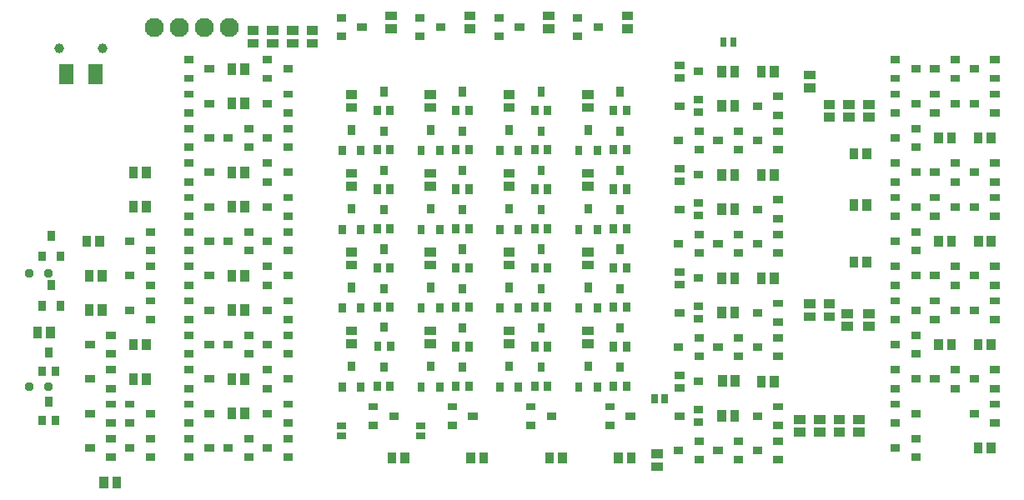
<source format=gbr>
G04 start of page 8 for group -4062 idx -4062 *
G04 Title: (unknown), soldermask *
G04 Creator: pcb 1.99z *
G04 CreationDate: Sun 08 Dec 2013 02:25:59 GMT UTC *
G04 For: ralph *
G04 Format: Gerber/RS-274X *
G04 PCB-Dimensions (mm): 102.00 52.00 *
G04 PCB-Coordinate-Origin: lower left *
%MOMM*%
%FSLAX43Y43*%
%LNBOTTOMMASK*%
%ADD82R,1.450X1.450*%
%ADD81R,0.650X0.650*%
%ADD80R,0.750X0.750*%
%ADD79R,0.900X0.900*%
%ADD78C,1.000*%
%ADD77C,1.950*%
%ADD76C,0.954*%
G54D76*X3750Y12000D03*
X1750D03*
X3750Y23500D03*
X1750D03*
G54D77*X22060Y48500D03*
X19520D03*
X16980D03*
X14440D03*
G54D78*X9200Y46345D03*
X4800D03*
G54D79*X13650Y12875D02*Y12625D01*
X12350Y12875D02*Y12625D01*
G54D80*X13950Y20700D02*X14150D01*
X13950Y18800D02*X14150D01*
X11850Y19750D02*X12050D01*
G54D79*X13650Y16375D02*Y16125D01*
X12350Y16375D02*Y16125D01*
G54D80*X4000Y22400D02*Y22200D01*
X3050Y25300D02*Y25100D01*
X4950Y20300D02*Y20100D01*
G54D79*X3900Y17625D02*Y17375D01*
G54D80*X3050Y20300D02*Y20100D01*
G54D79*X2600Y17625D02*Y17375D01*
X7850Y19875D02*Y19625D01*
X9150Y19875D02*Y19625D01*
X7600Y26875D02*Y26625D01*
X8900Y26875D02*Y26625D01*
G54D80*X4950Y25300D02*Y25100D01*
X4000Y27400D02*Y27200D01*
X13950Y27700D02*X14150D01*
X13950Y25800D02*X14150D01*
X13950Y24200D02*X14150D01*
X13950Y22300D02*X14150D01*
X11850Y26750D02*X12050D01*
X11850Y23250D02*X12050D01*
G54D79*X7850Y23375D02*Y23125D01*
X9150Y23375D02*Y23125D01*
X23650Y9375D02*Y9125D01*
X22350Y9375D02*Y9125D01*
G54D80*X23950Y6700D02*X24150D01*
X23950Y4800D02*X24150D01*
X21850Y5750D02*X22050D01*
X17850Y8300D02*X18050D01*
X19950Y9250D02*X20150D01*
X17850Y4800D02*X18050D01*
X17850Y6700D02*X18050D01*
X19950Y5750D02*X20150D01*
X27950Y6700D02*X28150D01*
X25850Y5750D02*X26050D01*
X25850Y9250D02*X26050D01*
X27950Y10200D02*X28150D01*
X27950Y8300D02*X28150D01*
X27950Y12750D02*X28150D01*
X27950Y4800D02*X28150D01*
X25850Y11800D02*X26050D01*
X25850Y13700D02*X26050D01*
X23950Y15300D02*X24150D01*
G54D79*X23650Y12875D02*Y12625D01*
G54D80*X21850Y16250D02*X22050D01*
G54D79*X22350Y12875D02*Y12625D01*
G54D80*X17850Y22300D02*X18050D01*
X17850Y18800D02*X18050D01*
X17850Y20700D02*X18050D01*
X17850Y13700D02*X18050D01*
X17850Y24200D02*X18050D01*
X19950Y23250D02*X20150D01*
X19950Y19750D02*X20150D01*
X19950Y12750D02*X20150D01*
G54D79*X23650Y19875D02*Y19625D01*
G54D80*X25850Y19750D02*X26050D01*
X27950Y20700D02*X28150D01*
X25850Y22300D02*X26050D01*
G54D79*X23650Y23375D02*Y23125D01*
X22350Y23375D02*Y23125D01*
G54D80*X25850Y24200D02*X26050D01*
X27950Y23250D02*X28150D01*
X27950Y18800D02*X28150D01*
X27950Y17200D02*X28150D01*
X27950Y15300D02*X28150D01*
X25850Y16250D02*X26050D01*
X23950Y17200D02*X24150D01*
G54D79*X22350Y19875D02*Y19625D01*
G54D80*X17850Y11800D02*X18050D01*
X17850Y10200D02*X18050D01*
X19950Y16250D02*X20150D01*
X17850Y15300D02*X18050D01*
X17850Y17200D02*X18050D01*
X4400Y13650D02*Y13450D01*
X3100Y13650D02*Y13450D01*
X3750Y15550D02*Y15350D01*
X4400Y8650D02*Y8450D01*
X3100Y8650D02*Y8450D01*
X3750Y10550D02*Y10350D01*
X11850Y10200D02*X12050D01*
X13950Y9250D02*X14150D01*
X11850Y8300D02*X12050D01*
X11850Y5750D02*X12050D01*
X13950Y6700D02*X14150D01*
X13950Y4800D02*X14150D01*
X9950Y17200D02*X10150D01*
X9950Y15300D02*X10150D01*
X7850Y16250D02*X8050D01*
X9950Y11800D02*X10150D01*
X9950Y13700D02*X10150D01*
X7850Y12750D02*X8050D01*
X9950Y6700D02*X10150D01*
X7850Y5750D02*X8050D01*
X9950Y4800D02*X10150D01*
X9950Y10200D02*X10150D01*
X9950Y8300D02*X10150D01*
X7850Y9250D02*X8050D01*
G54D79*X9350Y2375D02*Y2125D01*
X10650Y2375D02*Y2125D01*
X46600Y4875D02*Y4625D01*
G54D80*X46700Y9000D02*X46900D01*
X38700D02*X38900D01*
X54700D02*X54900D01*
G54D81*X41350Y8000D02*X41650D01*
X41350Y7000D02*X41650D01*
G54D79*X47900Y4875D02*Y4625D01*
X54600Y4875D02*Y4625D01*
X55900Y4875D02*Y4625D01*
G54D80*X44600Y8050D02*X44800D01*
X36600D02*X36800D01*
X44600Y9950D02*X44800D01*
X36600D02*X36800D01*
G54D79*X38600Y4875D02*Y4625D01*
X39900Y4875D02*Y4625D01*
G54D81*X33350Y8000D02*X33650D01*
X33350Y7000D02*X33650D01*
G54D80*X89600Y5750D02*X89800D01*
X91700Y6700D02*X91900D01*
X91700Y4800D02*X91900D01*
X91700Y9250D02*X91900D01*
X89600Y8300D02*X89800D01*
X89600Y10200D02*X89800D01*
X89600Y11800D02*X89800D01*
X89600Y13700D02*X89800D01*
X91700Y12750D02*X91900D01*
X93600D02*X93800D01*
X95700Y13700D02*X95900D01*
X97600Y12750D02*X97800D01*
X95700Y11800D02*X95900D01*
X97600Y9250D02*X97800D01*
X99700Y13700D02*X99900D01*
X99700Y11800D02*X99900D01*
X99700Y10200D02*X99900D01*
X99700Y8300D02*X99900D01*
G54D79*X99400Y5875D02*Y5625D01*
X98100Y5875D02*Y5625D01*
X79875Y8650D02*X80125D01*
G54D80*X77700Y9950D02*X77900D01*
G54D79*X76100Y12625D02*Y12375D01*
X77400Y12625D02*Y12375D01*
X79875Y7350D02*X80125D01*
G54D80*X77700Y6450D02*X77900D01*
X77700Y8050D02*X77900D01*
X75600Y9000D02*X75800D01*
X77700Y4550D02*X77900D01*
X75600Y5500D02*X75800D01*
G54D79*X85875Y8650D02*X86125D01*
X85875Y7350D02*X86125D01*
X83875Y8650D02*X84125D01*
X83875Y7350D02*X84125D01*
X81875Y8650D02*X82125D01*
X81875Y7350D02*X82125D01*
G54D80*X52600Y9950D02*X52800D01*
X52600Y8050D02*X52800D01*
X60600D02*X60800D01*
G54D79*X62900Y4875D02*Y4625D01*
X61600Y4875D02*Y4625D01*
G54D80*X60600Y9950D02*X60800D01*
X62700Y9000D02*X62900D01*
X69600Y9650D02*X69800D01*
X69600Y8350D02*X69800D01*
X71600Y5500D02*X71800D01*
X69700Y6450D02*X69900D01*
X69700Y4550D02*X69900D01*
G54D79*X72100Y9125D02*Y8875D01*
X73400Y9125D02*Y8875D01*
G54D80*X73700Y6450D02*X73900D01*
X73700Y4550D02*X73900D01*
X67600Y5500D02*X67800D01*
G54D79*X65375Y3850D02*X65625D01*
X65375Y5150D02*X65625D01*
G54D80*X67700Y9000D02*X67900D01*
G54D81*X65250Y10900D02*Y10600D01*
X66250Y10900D02*Y10600D01*
G54D80*X46400Y36150D02*Y35950D01*
X49550Y36050D02*Y35850D01*
X54400Y36150D02*Y35950D01*
X53100Y36150D02*Y35950D01*
X51450Y36050D02*Y35850D01*
X59450Y36050D02*Y35850D01*
X57550Y36050D02*Y35850D01*
X62400Y36150D02*Y35950D01*
X61100Y36150D02*Y35950D01*
X53750Y38050D02*Y37850D01*
X50500Y38150D02*Y37950D01*
G54D79*X50375Y41650D02*X50625D01*
G54D80*X53100Y40150D02*Y39950D01*
X61750Y42050D02*Y41850D01*
G54D79*X58375Y41650D02*X58625D01*
G54D80*X57350Y47550D02*X57550D01*
G54D79*X46375Y48350D02*X46625D01*
X54375D02*X54625D01*
G54D80*X57350Y49450D02*X57550D01*
G54D79*X46375Y49650D02*X46625D01*
X54375D02*X54625D01*
G54D80*X53750Y42050D02*Y41850D01*
X59450Y48500D02*X59650D01*
G54D79*X62375Y48350D02*X62625D01*
X62375Y49650D02*X62625D01*
X50375Y40350D02*X50625D01*
G54D80*X58500Y38150D02*Y37950D01*
X61750Y38050D02*Y37850D01*
X62400Y40150D02*Y39950D01*
X61100Y40150D02*Y39950D01*
G54D79*X58375Y40350D02*X58625D01*
G54D80*X54400Y40150D02*Y39950D01*
G54D79*X30375Y46850D02*X30625D01*
X30375Y48150D02*X30625D01*
X28375Y46850D02*X28625D01*
X28375Y48150D02*X28625D01*
X26375Y46850D02*X26625D01*
X26375Y48150D02*X26625D01*
G54D80*X35450Y36050D02*Y35850D01*
X33550Y36050D02*Y35850D01*
X34500Y38150D02*Y37950D01*
X33350Y47550D02*X33550D01*
G54D79*X38375Y48350D02*X38625D01*
X38375Y49650D02*X38625D01*
G54D80*X33350Y49450D02*X33550D01*
X35450Y48500D02*X35650D01*
G54D79*X24375Y46850D02*X24625D01*
X24375Y48150D02*X24625D01*
G54D80*X27950Y41700D02*X28150D01*
X27950Y39800D02*X28150D01*
X25850Y40750D02*X26050D01*
X27950Y38200D02*X28150D01*
X27950Y36300D02*X28150D01*
X25850Y37250D02*X26050D01*
X25850Y43300D02*X26050D01*
X25850Y45200D02*X26050D01*
X27950Y44250D02*X28150D01*
X37750Y38050D02*Y37850D01*
G54D79*X34375Y40350D02*X34625D01*
X34375Y41650D02*X34625D01*
G54D80*X38400Y40150D02*Y39950D01*
X37100Y40150D02*Y39950D01*
X37750Y42050D02*Y41850D01*
X41550Y36050D02*Y35850D01*
X38400Y36150D02*Y35950D01*
X37100Y36150D02*Y35950D01*
X45100Y36150D02*Y35950D01*
X43450Y36050D02*Y35850D01*
X45750Y38050D02*Y37850D01*
X42500Y38150D02*Y37950D01*
X46400Y40150D02*Y39950D01*
X45100Y40150D02*Y39950D01*
G54D79*X42375Y40350D02*X42625D01*
G54D80*X45750Y42050D02*Y41850D01*
G54D79*X42375Y41650D02*X42625D01*
G54D80*X41350Y47550D02*X41550D01*
X41350Y49450D02*X41550D01*
X43450Y48500D02*X43650D01*
X49350Y47550D02*X49550D01*
X49350Y49450D02*X49550D01*
X51450Y48500D02*X51650D01*
X38400Y28150D02*Y27950D01*
X37100Y28150D02*Y27950D01*
X37750Y30050D02*Y29850D01*
X33550Y28050D02*Y27850D01*
X34500Y30150D02*Y29950D01*
X38400Y32150D02*Y31950D01*
X37100Y32150D02*Y31950D01*
G54D79*X34375Y32350D02*X34625D01*
G54D80*X37750Y34050D02*Y33850D01*
G54D79*X34375Y33650D02*X34625D01*
G54D80*X62400Y32150D02*Y31950D01*
X61100Y32150D02*Y31950D01*
X61750Y34050D02*Y33850D01*
G54D79*X58375Y33650D02*X58625D01*
G54D80*X53750Y18050D02*Y17850D01*
Y14050D02*Y13850D01*
X51450Y28050D02*Y27850D01*
X53100Y20150D02*Y19950D01*
Y16150D02*Y15950D01*
Y12150D02*Y11950D01*
X51450Y20050D02*Y19850D01*
Y12050D02*Y11850D01*
X46400Y32150D02*Y31950D01*
X45750Y34050D02*Y33850D01*
X46400Y28150D02*Y27950D01*
X45750Y30050D02*Y29850D01*
X45100Y32150D02*Y31950D01*
Y28150D02*Y27950D01*
X42500Y30150D02*Y29950D01*
G54D79*X42375Y32350D02*X42625D01*
X42375Y33650D02*X42625D01*
G54D80*X43450Y28050D02*Y27850D01*
X41550Y28050D02*Y27850D01*
G54D79*X50375Y32350D02*X50625D01*
X50375Y33650D02*X50625D01*
G54D80*X49550Y28050D02*Y27850D01*
X50500Y30150D02*Y29950D01*
X49550Y20050D02*Y19850D01*
X50500Y22150D02*Y21950D01*
X45750Y14050D02*Y13850D01*
X46400Y12150D02*Y11950D01*
X45100Y12150D02*Y11950D01*
X43450Y12050D02*Y11850D01*
X49550Y12050D02*Y11850D01*
X41550Y12050D02*Y11850D01*
X42500Y14150D02*Y13950D01*
X50500Y14150D02*Y13950D01*
G54D79*X42375Y16350D02*X42625D01*
X50375D02*X50625D01*
X42375Y17650D02*X42625D01*
X50375D02*X50625D01*
G54D80*X46400Y16150D02*Y15950D01*
X45100Y16150D02*Y15950D01*
X45750Y18050D02*Y17850D01*
X35450Y28050D02*Y27850D01*
G54D79*X42375Y24350D02*X42625D01*
G54D80*X46400Y24150D02*Y23950D01*
X45100Y24150D02*Y23950D01*
X54400Y24150D02*Y23950D01*
X53100Y24150D02*Y23950D01*
G54D79*X34375Y24350D02*X34625D01*
X34375Y25650D02*X34625D01*
G54D80*X45750Y26050D02*Y25850D01*
X53750Y26050D02*Y25850D01*
X38400Y24150D02*Y23950D01*
X37750Y26050D02*Y25850D01*
X37100Y24150D02*Y23950D01*
G54D79*X42375Y25650D02*X42625D01*
X50375D02*X50625D01*
X58375D02*X58625D01*
X50375Y24350D02*X50625D01*
G54D80*X46400Y20150D02*Y19950D01*
X45100Y20150D02*Y19950D01*
X45750Y22050D02*Y21850D01*
X43450Y20050D02*Y19850D01*
X41550Y20050D02*Y19850D01*
X38400Y20150D02*Y19950D01*
X42500Y22150D02*Y21950D01*
X37750Y22050D02*Y21850D01*
X34500Y22150D02*Y21950D01*
G54D79*X34375Y17650D02*X34625D01*
G54D80*X37100Y20150D02*Y19950D01*
X35450Y20050D02*Y19850D01*
X33550Y20050D02*Y19850D01*
X37750Y14050D02*Y13850D01*
X38400Y12150D02*Y11950D01*
X37100Y12150D02*Y11950D01*
X35450Y12050D02*Y11850D01*
X33550Y12050D02*Y11850D01*
X57550Y12050D02*Y11850D01*
X37800Y18100D02*Y17900D01*
X34500Y14150D02*Y13950D01*
G54D79*X34375Y16350D02*X34625D01*
G54D80*X58500Y14150D02*Y13950D01*
X38450Y16200D02*Y16000D01*
X37150Y16200D02*Y16000D01*
X61100Y28150D02*Y27950D01*
X61750Y30050D02*Y29850D01*
Y26050D02*Y25850D01*
X62400Y28150D02*Y27950D01*
G54D79*X58375Y24350D02*X58625D01*
G54D80*X62400Y24150D02*Y23950D01*
X61100Y24150D02*Y23950D01*
X61750Y14050D02*Y13850D01*
X54400Y16150D02*Y15950D01*
Y12150D02*Y11950D01*
X59450Y12050D02*Y11850D01*
X61100Y12150D02*Y11950D01*
G54D79*X58375Y16350D02*X58625D01*
X58375Y17650D02*X58625D01*
G54D80*X62400Y16150D02*Y15950D01*
X61100Y16150D02*Y15950D01*
X61750Y18050D02*Y17850D01*
X62400Y12150D02*Y11950D01*
X53750Y22050D02*Y21850D01*
X54400Y20150D02*Y19950D01*
X59450Y20050D02*Y19850D01*
X57550Y20050D02*Y19850D01*
X62400Y20150D02*Y19950D01*
X61100Y20150D02*Y19950D01*
X58500Y22150D02*Y21950D01*
X61750Y22050D02*Y21850D01*
X54400Y32150D02*Y31950D01*
X53750Y34050D02*Y33850D01*
Y30050D02*Y29850D01*
X53100Y32150D02*Y31950D01*
X54400Y28150D02*Y27950D01*
X53100Y28150D02*Y27950D01*
X59450Y28050D02*Y27850D01*
X57550Y28050D02*Y27850D01*
X58500Y30150D02*Y29950D01*
G54D79*X58375Y32350D02*X58625D01*
X86800Y35775D02*Y35525D01*
X85500Y35775D02*Y35525D01*
G54D80*X89600Y37250D02*X89800D01*
X89600Y39800D02*X89800D01*
X89600Y43300D02*X89800D01*
X89600Y45200D02*X89800D01*
X89600Y41700D02*X89800D01*
G54D79*X84875Y39350D02*X85125D01*
X86875D02*X87125D01*
X84875Y40650D02*X85125D01*
X86875D02*X87125D01*
X94100Y37375D02*Y37125D01*
G54D80*X93600Y39800D02*X93800D01*
G54D79*X95400Y37375D02*Y37125D01*
G54D80*X95700Y40750D02*X95900D01*
X91700Y38200D02*X91900D01*
X91700Y36300D02*X91900D01*
X91700Y44250D02*X91900D01*
X91700Y40750D02*X91900D01*
X95700Y45200D02*X95900D01*
X95700Y43300D02*X95900D01*
X93600Y44250D02*X93800D01*
X93600Y41700D02*X93800D01*
X97600Y40750D02*X97800D01*
X99700Y45200D02*X99900D01*
X99700Y43300D02*X99900D01*
X97600Y44250D02*X97800D01*
X99700Y41700D02*X99900D01*
X99700Y39800D02*X99900D01*
G54D79*X99400Y37375D02*Y37125D01*
X98100Y37375D02*Y37125D01*
X82875Y39350D02*X83125D01*
X82875Y40650D02*X83125D01*
X80875Y43650D02*X81125D01*
X80875Y42350D02*X81125D01*
X84675Y18100D02*X84925D01*
X84675Y19400D02*X84925D01*
X82875Y20400D02*X83125D01*
X82875Y19100D02*X83125D01*
X80875Y20400D02*X81125D01*
X80875Y19100D02*X81125D01*
X86875Y19400D02*X87125D01*
X86875Y18100D02*X87125D01*
X99400Y16375D02*Y16125D01*
X98100Y16375D02*Y16125D01*
X94100Y16375D02*Y16125D01*
X95400Y16375D02*Y16125D01*
G54D80*X97600Y19750D02*X97800D01*
X89600Y16250D02*X89800D01*
X91700Y17200D02*X91900D01*
X91700Y15300D02*X91900D01*
G54D79*X76100Y23125D02*Y22875D01*
X72100Y23125D02*Y22875D01*
X73400Y23125D02*Y22875D01*
X77400Y23125D02*Y22875D01*
G54D80*X77700Y20450D02*X77900D01*
X75600Y19500D02*X75800D01*
G54D79*X72100Y19625D02*Y19375D01*
X72150Y12675D02*Y12425D01*
G54D80*X69700Y16950D02*X69900D01*
X69600Y18850D02*X69800D01*
X67700Y19500D02*X67900D01*
X69700Y15050D02*X69900D01*
X71600Y16000D02*X71800D01*
X67600D02*X67800D01*
X69600Y20150D02*X69800D01*
X67700Y22350D02*X67900D01*
X67700Y23650D02*X67900D01*
X69600Y23000D02*X69800D01*
X67700Y11850D02*X67900D01*
X67700Y13150D02*X67900D01*
X69600Y12500D02*X69800D01*
X77700Y16950D02*X77900D01*
X77700Y18550D02*X77900D01*
G54D79*X73400Y19625D02*Y19375D01*
G54D80*X73700Y16950D02*X73900D01*
X77700Y15050D02*X77900D01*
X75600Y16000D02*X75800D01*
G54D79*X73450Y12675D02*Y12425D01*
G54D80*X73700Y15050D02*X73900D01*
G54D79*X95400Y26875D02*Y26625D01*
X99450Y26875D02*Y26625D01*
X98150Y26875D02*Y26625D01*
G54D80*X99700Y31200D02*X99900D01*
X99700Y29300D02*X99900D01*
X97600Y30250D02*X97800D01*
X93600Y29300D02*X93800D01*
X95700Y30250D02*X95900D01*
X93600Y31200D02*X93800D01*
X95700Y34700D02*X95900D01*
X95700Y32800D02*X95900D01*
X93600Y33750D02*X93800D01*
X99700Y34700D02*X99900D01*
X99700Y32800D02*X99900D01*
X97600Y33750D02*X97800D01*
G54D79*X94100Y26875D02*Y26625D01*
G54D80*X91700Y25800D02*X91900D01*
X89600Y26750D02*X89800D01*
G54D79*X86800Y30575D02*Y30325D01*
X85500Y30575D02*Y30325D01*
G54D80*X91700Y27700D02*X91900D01*
G54D79*X86800Y24775D02*Y24525D01*
X85500Y24775D02*Y24525D01*
G54D80*X89600Y32800D02*X89800D01*
X89600Y31200D02*X89800D01*
X89600Y34700D02*X89800D01*
X91700Y33750D02*X91900D01*
X89600Y29300D02*X89800D01*
X91700Y30250D02*X91900D01*
X89600Y22300D02*X89800D01*
X89600Y18800D02*X89800D01*
X89600Y20700D02*X89800D01*
X89600Y24200D02*X89800D01*
X91700Y23250D02*X91900D01*
X91700Y19750D02*X91900D01*
X93600Y18800D02*X93800D01*
X95700Y19750D02*X95900D01*
X93600Y20700D02*X93800D01*
X95700Y22300D02*X95900D01*
X97600Y23250D02*X97800D01*
X95700Y24200D02*X95900D01*
X93600Y23250D02*X93800D01*
X99700Y24200D02*X99900D01*
X99700Y22300D02*X99900D01*
X99700Y20700D02*X99900D01*
X99700Y18800D02*X99900D01*
X73700Y37950D02*X73900D01*
X73700Y36050D02*X73900D01*
X77700D02*X77900D01*
X75600Y37000D02*X75800D01*
G54D79*X72100Y40625D02*Y40375D01*
X73400Y40625D02*Y40375D01*
G54D80*X69600Y41150D02*X69800D01*
X69600Y39850D02*X69800D01*
X69600Y44000D02*X69800D01*
X67700Y40500D02*X67900D01*
X67700Y43350D02*X67900D01*
X67700Y44650D02*X67900D01*
G54D79*X76100Y44125D02*Y43875D01*
X77400Y44125D02*Y43875D01*
G54D80*X77700Y41450D02*X77900D01*
X77700Y39550D02*X77900D01*
X75600Y40500D02*X75800D01*
G54D79*X72100Y44125D02*Y43875D01*
X73400Y44125D02*Y43875D01*
G54D81*X72250Y47150D02*Y46850D01*
X73250Y47150D02*Y46850D01*
G54D80*X69700Y37950D02*X69900D01*
X69700Y36050D02*X69900D01*
X67700Y34150D02*X67900D01*
X69600Y33500D02*X69800D01*
X67600Y37000D02*X67800D01*
X71600D02*X71800D01*
X77700Y37950D02*X77900D01*
G54D79*X76100Y33625D02*Y33375D01*
G54D80*X75600Y30000D02*X75800D01*
G54D79*X77400Y33625D02*Y33375D01*
G54D80*X77700Y30950D02*X77900D01*
X77700Y29050D02*X77900D01*
X77700Y27450D02*X77900D01*
X77700Y25550D02*X77900D01*
X75600Y26500D02*X75800D01*
G54D79*X72100Y33625D02*Y33375D01*
Y30125D02*Y29875D01*
X73400Y33625D02*Y33375D01*
G54D80*X71600Y26500D02*X71800D01*
G54D79*X73400Y30125D02*Y29875D01*
G54D80*X73700Y27450D02*X73900D01*
X73700Y25550D02*X73900D01*
X67700Y32850D02*X67900D01*
X69600Y30650D02*X69800D01*
X69600Y29350D02*X69800D01*
X67700Y30000D02*X67900D01*
X67600Y26500D02*X67800D01*
X69700Y27450D02*X69900D01*
X69700Y25550D02*X69900D01*
G54D79*X23650Y30375D02*Y30125D01*
G54D80*X23950Y27700D02*X24150D01*
X23950Y25800D02*X24150D01*
G54D79*X22350Y30375D02*Y30125D01*
G54D80*X21850Y26750D02*X22050D01*
X25850D02*X26050D01*
X25850Y30250D02*X26050D01*
X23950Y38200D02*X24150D01*
X23950Y36300D02*X24150D01*
X21850Y37250D02*X22050D01*
X19950D02*X20150D01*
X17850Y36300D02*X18050D01*
X17850Y38200D02*X18050D01*
X17850Y34700D02*X18050D01*
G54D79*X23650Y33875D02*Y33625D01*
X22350Y33875D02*Y33625D01*
G54D80*X19950Y26750D02*X20150D01*
X17850Y25800D02*X18050D01*
X17850Y27700D02*X18050D01*
X19950Y33750D02*X20150D01*
X19950Y30250D02*X20150D01*
X17850Y32800D02*X18050D01*
X17850Y29300D02*X18050D01*
X17850Y31200D02*X18050D01*
X27950Y25800D02*X28150D01*
X27950Y27700D02*X28150D01*
X27950Y29300D02*X28150D01*
X25850Y32800D02*X26050D01*
X25850Y34700D02*X26050D01*
X27950Y33750D02*X28150D01*
X27950Y31200D02*X28150D01*
G54D79*X13650Y30375D02*Y30125D01*
X12350Y30375D02*Y30125D01*
X13650Y33875D02*Y33625D01*
X22350Y40875D02*Y40625D01*
Y44375D02*Y44125D01*
G54D80*X17850Y39800D02*X18050D01*
X17850Y41700D02*X18050D01*
X19950Y40750D02*X20150D01*
G54D79*X23650Y40875D02*Y40625D01*
Y44375D02*Y44125D01*
G54D80*X19950Y44250D02*X20150D01*
X17850Y43300D02*X18050D01*
X17850Y45200D02*X18050D01*
G54D82*X8500Y44050D02*Y43450D01*
X5500Y44050D02*Y43450D01*
G54D79*X12350Y33875D02*Y33625D01*
M02*

</source>
